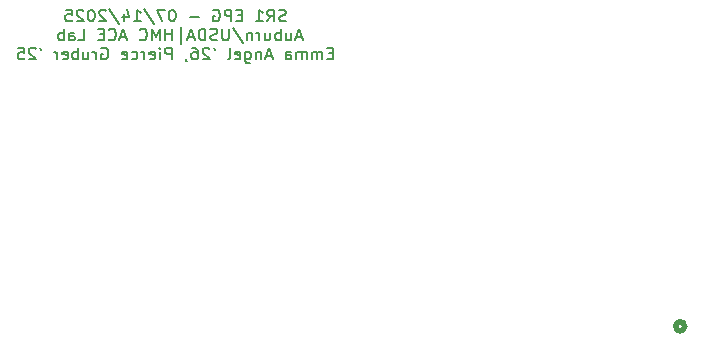
<source format=gbr>
%TF.GenerationSoftware,KiCad,Pcbnew,8.0.8*%
%TF.CreationDate,2025-07-15T12:33:29-07:00*%
%TF.ProjectId,complete_SR1,636f6d70-6c65-4746-955f-5352312e6b69,rev?*%
%TF.SameCoordinates,Original*%
%TF.FileFunction,Legend,Bot*%
%TF.FilePolarity,Positive*%
%FSLAX46Y46*%
G04 Gerber Fmt 4.6, Leading zero omitted, Abs format (unit mm)*
G04 Created by KiCad (PCBNEW 8.0.8) date 2025-07-15 12:33:29*
%MOMM*%
%LPD*%
G01*
G04 APERTURE LIST*
%ADD10C,0.127000*%
%ADD11C,0.508000*%
%ADD12C,1.700000*%
%ADD13C,1.066800*%
%ADD14C,5.600000*%
%ADD15C,2.000000*%
%ADD16R,1.700000X1.700000*%
%ADD17O,1.700000X1.700000*%
%ADD18R,2.600000X2.600000*%
%ADD19C,2.600000*%
%ADD20C,1.905000*%
%ADD21C,3.810000*%
G04 APERTURE END LIST*
D10*
X68083333Y-24253508D02*
X67940476Y-24301127D01*
X67940476Y-24301127D02*
X67702381Y-24301127D01*
X67702381Y-24301127D02*
X67607143Y-24253508D01*
X67607143Y-24253508D02*
X67559524Y-24205888D01*
X67559524Y-24205888D02*
X67511905Y-24110650D01*
X67511905Y-24110650D02*
X67511905Y-24015412D01*
X67511905Y-24015412D02*
X67559524Y-23920174D01*
X67559524Y-23920174D02*
X67607143Y-23872555D01*
X67607143Y-23872555D02*
X67702381Y-23824936D01*
X67702381Y-23824936D02*
X67892857Y-23777317D01*
X67892857Y-23777317D02*
X67988095Y-23729698D01*
X67988095Y-23729698D02*
X68035714Y-23682079D01*
X68035714Y-23682079D02*
X68083333Y-23586841D01*
X68083333Y-23586841D02*
X68083333Y-23491603D01*
X68083333Y-23491603D02*
X68035714Y-23396365D01*
X68035714Y-23396365D02*
X67988095Y-23348746D01*
X67988095Y-23348746D02*
X67892857Y-23301127D01*
X67892857Y-23301127D02*
X67654762Y-23301127D01*
X67654762Y-23301127D02*
X67511905Y-23348746D01*
X66511905Y-24301127D02*
X66845238Y-23824936D01*
X67083333Y-24301127D02*
X67083333Y-23301127D01*
X67083333Y-23301127D02*
X66702381Y-23301127D01*
X66702381Y-23301127D02*
X66607143Y-23348746D01*
X66607143Y-23348746D02*
X66559524Y-23396365D01*
X66559524Y-23396365D02*
X66511905Y-23491603D01*
X66511905Y-23491603D02*
X66511905Y-23634460D01*
X66511905Y-23634460D02*
X66559524Y-23729698D01*
X66559524Y-23729698D02*
X66607143Y-23777317D01*
X66607143Y-23777317D02*
X66702381Y-23824936D01*
X66702381Y-23824936D02*
X67083333Y-23824936D01*
X65559524Y-24301127D02*
X66130952Y-24301127D01*
X65845238Y-24301127D02*
X65845238Y-23301127D01*
X65845238Y-23301127D02*
X65940476Y-23443984D01*
X65940476Y-23443984D02*
X66035714Y-23539222D01*
X66035714Y-23539222D02*
X66130952Y-23586841D01*
X64369047Y-23777317D02*
X64035714Y-23777317D01*
X63892857Y-24301127D02*
X64369047Y-24301127D01*
X64369047Y-24301127D02*
X64369047Y-23301127D01*
X64369047Y-23301127D02*
X63892857Y-23301127D01*
X63464285Y-24301127D02*
X63464285Y-23301127D01*
X63464285Y-23301127D02*
X63083333Y-23301127D01*
X63083333Y-23301127D02*
X62988095Y-23348746D01*
X62988095Y-23348746D02*
X62940476Y-23396365D01*
X62940476Y-23396365D02*
X62892857Y-23491603D01*
X62892857Y-23491603D02*
X62892857Y-23634460D01*
X62892857Y-23634460D02*
X62940476Y-23729698D01*
X62940476Y-23729698D02*
X62988095Y-23777317D01*
X62988095Y-23777317D02*
X63083333Y-23824936D01*
X63083333Y-23824936D02*
X63464285Y-23824936D01*
X61940476Y-23348746D02*
X62035714Y-23301127D01*
X62035714Y-23301127D02*
X62178571Y-23301127D01*
X62178571Y-23301127D02*
X62321428Y-23348746D01*
X62321428Y-23348746D02*
X62416666Y-23443984D01*
X62416666Y-23443984D02*
X62464285Y-23539222D01*
X62464285Y-23539222D02*
X62511904Y-23729698D01*
X62511904Y-23729698D02*
X62511904Y-23872555D01*
X62511904Y-23872555D02*
X62464285Y-24063031D01*
X62464285Y-24063031D02*
X62416666Y-24158269D01*
X62416666Y-24158269D02*
X62321428Y-24253508D01*
X62321428Y-24253508D02*
X62178571Y-24301127D01*
X62178571Y-24301127D02*
X62083333Y-24301127D01*
X62083333Y-24301127D02*
X61940476Y-24253508D01*
X61940476Y-24253508D02*
X61892857Y-24205888D01*
X61892857Y-24205888D02*
X61892857Y-23872555D01*
X61892857Y-23872555D02*
X62083333Y-23872555D01*
X60702380Y-23920174D02*
X59940476Y-23920174D01*
X58511904Y-23301127D02*
X58416666Y-23301127D01*
X58416666Y-23301127D02*
X58321428Y-23348746D01*
X58321428Y-23348746D02*
X58273809Y-23396365D01*
X58273809Y-23396365D02*
X58226190Y-23491603D01*
X58226190Y-23491603D02*
X58178571Y-23682079D01*
X58178571Y-23682079D02*
X58178571Y-23920174D01*
X58178571Y-23920174D02*
X58226190Y-24110650D01*
X58226190Y-24110650D02*
X58273809Y-24205888D01*
X58273809Y-24205888D02*
X58321428Y-24253508D01*
X58321428Y-24253508D02*
X58416666Y-24301127D01*
X58416666Y-24301127D02*
X58511904Y-24301127D01*
X58511904Y-24301127D02*
X58607142Y-24253508D01*
X58607142Y-24253508D02*
X58654761Y-24205888D01*
X58654761Y-24205888D02*
X58702380Y-24110650D01*
X58702380Y-24110650D02*
X58749999Y-23920174D01*
X58749999Y-23920174D02*
X58749999Y-23682079D01*
X58749999Y-23682079D02*
X58702380Y-23491603D01*
X58702380Y-23491603D02*
X58654761Y-23396365D01*
X58654761Y-23396365D02*
X58607142Y-23348746D01*
X58607142Y-23348746D02*
X58511904Y-23301127D01*
X57845237Y-23301127D02*
X57178571Y-23301127D01*
X57178571Y-23301127D02*
X57607142Y-24301127D01*
X56083333Y-23253508D02*
X56940475Y-24539222D01*
X55226190Y-24301127D02*
X55797618Y-24301127D01*
X55511904Y-24301127D02*
X55511904Y-23301127D01*
X55511904Y-23301127D02*
X55607142Y-23443984D01*
X55607142Y-23443984D02*
X55702380Y-23539222D01*
X55702380Y-23539222D02*
X55797618Y-23586841D01*
X54369047Y-23634460D02*
X54369047Y-24301127D01*
X54607142Y-23253508D02*
X54845237Y-23967793D01*
X54845237Y-23967793D02*
X54226190Y-23967793D01*
X53130952Y-23253508D02*
X53988094Y-24539222D01*
X52845237Y-23396365D02*
X52797618Y-23348746D01*
X52797618Y-23348746D02*
X52702380Y-23301127D01*
X52702380Y-23301127D02*
X52464285Y-23301127D01*
X52464285Y-23301127D02*
X52369047Y-23348746D01*
X52369047Y-23348746D02*
X52321428Y-23396365D01*
X52321428Y-23396365D02*
X52273809Y-23491603D01*
X52273809Y-23491603D02*
X52273809Y-23586841D01*
X52273809Y-23586841D02*
X52321428Y-23729698D01*
X52321428Y-23729698D02*
X52892856Y-24301127D01*
X52892856Y-24301127D02*
X52273809Y-24301127D01*
X51654761Y-23301127D02*
X51559523Y-23301127D01*
X51559523Y-23301127D02*
X51464285Y-23348746D01*
X51464285Y-23348746D02*
X51416666Y-23396365D01*
X51416666Y-23396365D02*
X51369047Y-23491603D01*
X51369047Y-23491603D02*
X51321428Y-23682079D01*
X51321428Y-23682079D02*
X51321428Y-23920174D01*
X51321428Y-23920174D02*
X51369047Y-24110650D01*
X51369047Y-24110650D02*
X51416666Y-24205888D01*
X51416666Y-24205888D02*
X51464285Y-24253508D01*
X51464285Y-24253508D02*
X51559523Y-24301127D01*
X51559523Y-24301127D02*
X51654761Y-24301127D01*
X51654761Y-24301127D02*
X51749999Y-24253508D01*
X51749999Y-24253508D02*
X51797618Y-24205888D01*
X51797618Y-24205888D02*
X51845237Y-24110650D01*
X51845237Y-24110650D02*
X51892856Y-23920174D01*
X51892856Y-23920174D02*
X51892856Y-23682079D01*
X51892856Y-23682079D02*
X51845237Y-23491603D01*
X51845237Y-23491603D02*
X51797618Y-23396365D01*
X51797618Y-23396365D02*
X51749999Y-23348746D01*
X51749999Y-23348746D02*
X51654761Y-23301127D01*
X50940475Y-23396365D02*
X50892856Y-23348746D01*
X50892856Y-23348746D02*
X50797618Y-23301127D01*
X50797618Y-23301127D02*
X50559523Y-23301127D01*
X50559523Y-23301127D02*
X50464285Y-23348746D01*
X50464285Y-23348746D02*
X50416666Y-23396365D01*
X50416666Y-23396365D02*
X50369047Y-23491603D01*
X50369047Y-23491603D02*
X50369047Y-23586841D01*
X50369047Y-23586841D02*
X50416666Y-23729698D01*
X50416666Y-23729698D02*
X50988094Y-24301127D01*
X50988094Y-24301127D02*
X50369047Y-24301127D01*
X49464285Y-23301127D02*
X49940475Y-23301127D01*
X49940475Y-23301127D02*
X49988094Y-23777317D01*
X49988094Y-23777317D02*
X49940475Y-23729698D01*
X49940475Y-23729698D02*
X49845237Y-23682079D01*
X49845237Y-23682079D02*
X49607142Y-23682079D01*
X49607142Y-23682079D02*
X49511904Y-23729698D01*
X49511904Y-23729698D02*
X49464285Y-23777317D01*
X49464285Y-23777317D02*
X49416666Y-23872555D01*
X49416666Y-23872555D02*
X49416666Y-24110650D01*
X49416666Y-24110650D02*
X49464285Y-24205888D01*
X49464285Y-24205888D02*
X49511904Y-24253508D01*
X49511904Y-24253508D02*
X49607142Y-24301127D01*
X49607142Y-24301127D02*
X49845237Y-24301127D01*
X49845237Y-24301127D02*
X49940475Y-24253508D01*
X49940475Y-24253508D02*
X49988094Y-24205888D01*
X69464286Y-25625356D02*
X68988096Y-25625356D01*
X69559524Y-25911071D02*
X69226191Y-24911071D01*
X69226191Y-24911071D02*
X68892858Y-25911071D01*
X68130953Y-25244404D02*
X68130953Y-25911071D01*
X68559524Y-25244404D02*
X68559524Y-25768213D01*
X68559524Y-25768213D02*
X68511905Y-25863452D01*
X68511905Y-25863452D02*
X68416667Y-25911071D01*
X68416667Y-25911071D02*
X68273810Y-25911071D01*
X68273810Y-25911071D02*
X68178572Y-25863452D01*
X68178572Y-25863452D02*
X68130953Y-25815832D01*
X67654762Y-25911071D02*
X67654762Y-24911071D01*
X67654762Y-25292023D02*
X67559524Y-25244404D01*
X67559524Y-25244404D02*
X67369048Y-25244404D01*
X67369048Y-25244404D02*
X67273810Y-25292023D01*
X67273810Y-25292023D02*
X67226191Y-25339642D01*
X67226191Y-25339642D02*
X67178572Y-25434880D01*
X67178572Y-25434880D02*
X67178572Y-25720594D01*
X67178572Y-25720594D02*
X67226191Y-25815832D01*
X67226191Y-25815832D02*
X67273810Y-25863452D01*
X67273810Y-25863452D02*
X67369048Y-25911071D01*
X67369048Y-25911071D02*
X67559524Y-25911071D01*
X67559524Y-25911071D02*
X67654762Y-25863452D01*
X66321429Y-25244404D02*
X66321429Y-25911071D01*
X66750000Y-25244404D02*
X66750000Y-25768213D01*
X66750000Y-25768213D02*
X66702381Y-25863452D01*
X66702381Y-25863452D02*
X66607143Y-25911071D01*
X66607143Y-25911071D02*
X66464286Y-25911071D01*
X66464286Y-25911071D02*
X66369048Y-25863452D01*
X66369048Y-25863452D02*
X66321429Y-25815832D01*
X65845238Y-25911071D02*
X65845238Y-25244404D01*
X65845238Y-25434880D02*
X65797619Y-25339642D01*
X65797619Y-25339642D02*
X65750000Y-25292023D01*
X65750000Y-25292023D02*
X65654762Y-25244404D01*
X65654762Y-25244404D02*
X65559524Y-25244404D01*
X65226190Y-25244404D02*
X65226190Y-25911071D01*
X65226190Y-25339642D02*
X65178571Y-25292023D01*
X65178571Y-25292023D02*
X65083333Y-25244404D01*
X65083333Y-25244404D02*
X64940476Y-25244404D01*
X64940476Y-25244404D02*
X64845238Y-25292023D01*
X64845238Y-25292023D02*
X64797619Y-25387261D01*
X64797619Y-25387261D02*
X64797619Y-25911071D01*
X63607143Y-24863452D02*
X64464285Y-26149166D01*
X63273809Y-24911071D02*
X63273809Y-25720594D01*
X63273809Y-25720594D02*
X63226190Y-25815832D01*
X63226190Y-25815832D02*
X63178571Y-25863452D01*
X63178571Y-25863452D02*
X63083333Y-25911071D01*
X63083333Y-25911071D02*
X62892857Y-25911071D01*
X62892857Y-25911071D02*
X62797619Y-25863452D01*
X62797619Y-25863452D02*
X62750000Y-25815832D01*
X62750000Y-25815832D02*
X62702381Y-25720594D01*
X62702381Y-25720594D02*
X62702381Y-24911071D01*
X62273809Y-25863452D02*
X62130952Y-25911071D01*
X62130952Y-25911071D02*
X61892857Y-25911071D01*
X61892857Y-25911071D02*
X61797619Y-25863452D01*
X61797619Y-25863452D02*
X61750000Y-25815832D01*
X61750000Y-25815832D02*
X61702381Y-25720594D01*
X61702381Y-25720594D02*
X61702381Y-25625356D01*
X61702381Y-25625356D02*
X61750000Y-25530118D01*
X61750000Y-25530118D02*
X61797619Y-25482499D01*
X61797619Y-25482499D02*
X61892857Y-25434880D01*
X61892857Y-25434880D02*
X62083333Y-25387261D01*
X62083333Y-25387261D02*
X62178571Y-25339642D01*
X62178571Y-25339642D02*
X62226190Y-25292023D01*
X62226190Y-25292023D02*
X62273809Y-25196785D01*
X62273809Y-25196785D02*
X62273809Y-25101547D01*
X62273809Y-25101547D02*
X62226190Y-25006309D01*
X62226190Y-25006309D02*
X62178571Y-24958690D01*
X62178571Y-24958690D02*
X62083333Y-24911071D01*
X62083333Y-24911071D02*
X61845238Y-24911071D01*
X61845238Y-24911071D02*
X61702381Y-24958690D01*
X61273809Y-25911071D02*
X61273809Y-24911071D01*
X61273809Y-24911071D02*
X61035714Y-24911071D01*
X61035714Y-24911071D02*
X60892857Y-24958690D01*
X60892857Y-24958690D02*
X60797619Y-25053928D01*
X60797619Y-25053928D02*
X60750000Y-25149166D01*
X60750000Y-25149166D02*
X60702381Y-25339642D01*
X60702381Y-25339642D02*
X60702381Y-25482499D01*
X60702381Y-25482499D02*
X60750000Y-25672975D01*
X60750000Y-25672975D02*
X60797619Y-25768213D01*
X60797619Y-25768213D02*
X60892857Y-25863452D01*
X60892857Y-25863452D02*
X61035714Y-25911071D01*
X61035714Y-25911071D02*
X61273809Y-25911071D01*
X60321428Y-25625356D02*
X59845238Y-25625356D01*
X60416666Y-25911071D02*
X60083333Y-24911071D01*
X60083333Y-24911071D02*
X59750000Y-25911071D01*
X59178571Y-26244404D02*
X59178571Y-24815832D01*
X58464285Y-25911071D02*
X58464285Y-24911071D01*
X58464285Y-25387261D02*
X57892857Y-25387261D01*
X57892857Y-25911071D02*
X57892857Y-24911071D01*
X57416666Y-25911071D02*
X57416666Y-24911071D01*
X57416666Y-24911071D02*
X57083333Y-25625356D01*
X57083333Y-25625356D02*
X56750000Y-24911071D01*
X56750000Y-24911071D02*
X56750000Y-25911071D01*
X55702381Y-25815832D02*
X55750000Y-25863452D01*
X55750000Y-25863452D02*
X55892857Y-25911071D01*
X55892857Y-25911071D02*
X55988095Y-25911071D01*
X55988095Y-25911071D02*
X56130952Y-25863452D01*
X56130952Y-25863452D02*
X56226190Y-25768213D01*
X56226190Y-25768213D02*
X56273809Y-25672975D01*
X56273809Y-25672975D02*
X56321428Y-25482499D01*
X56321428Y-25482499D02*
X56321428Y-25339642D01*
X56321428Y-25339642D02*
X56273809Y-25149166D01*
X56273809Y-25149166D02*
X56226190Y-25053928D01*
X56226190Y-25053928D02*
X56130952Y-24958690D01*
X56130952Y-24958690D02*
X55988095Y-24911071D01*
X55988095Y-24911071D02*
X55892857Y-24911071D01*
X55892857Y-24911071D02*
X55750000Y-24958690D01*
X55750000Y-24958690D02*
X55702381Y-25006309D01*
X54559523Y-25625356D02*
X54083333Y-25625356D01*
X54654761Y-25911071D02*
X54321428Y-24911071D01*
X54321428Y-24911071D02*
X53988095Y-25911071D01*
X53083333Y-25815832D02*
X53130952Y-25863452D01*
X53130952Y-25863452D02*
X53273809Y-25911071D01*
X53273809Y-25911071D02*
X53369047Y-25911071D01*
X53369047Y-25911071D02*
X53511904Y-25863452D01*
X53511904Y-25863452D02*
X53607142Y-25768213D01*
X53607142Y-25768213D02*
X53654761Y-25672975D01*
X53654761Y-25672975D02*
X53702380Y-25482499D01*
X53702380Y-25482499D02*
X53702380Y-25339642D01*
X53702380Y-25339642D02*
X53654761Y-25149166D01*
X53654761Y-25149166D02*
X53607142Y-25053928D01*
X53607142Y-25053928D02*
X53511904Y-24958690D01*
X53511904Y-24958690D02*
X53369047Y-24911071D01*
X53369047Y-24911071D02*
X53273809Y-24911071D01*
X53273809Y-24911071D02*
X53130952Y-24958690D01*
X53130952Y-24958690D02*
X53083333Y-25006309D01*
X52654761Y-25387261D02*
X52321428Y-25387261D01*
X52178571Y-25911071D02*
X52654761Y-25911071D01*
X52654761Y-25911071D02*
X52654761Y-24911071D01*
X52654761Y-24911071D02*
X52178571Y-24911071D01*
X50511904Y-25911071D02*
X50988094Y-25911071D01*
X50988094Y-25911071D02*
X50988094Y-24911071D01*
X49749999Y-25911071D02*
X49749999Y-25387261D01*
X49749999Y-25387261D02*
X49797618Y-25292023D01*
X49797618Y-25292023D02*
X49892856Y-25244404D01*
X49892856Y-25244404D02*
X50083332Y-25244404D01*
X50083332Y-25244404D02*
X50178570Y-25292023D01*
X49749999Y-25863452D02*
X49845237Y-25911071D01*
X49845237Y-25911071D02*
X50083332Y-25911071D01*
X50083332Y-25911071D02*
X50178570Y-25863452D01*
X50178570Y-25863452D02*
X50226189Y-25768213D01*
X50226189Y-25768213D02*
X50226189Y-25672975D01*
X50226189Y-25672975D02*
X50178570Y-25577737D01*
X50178570Y-25577737D02*
X50083332Y-25530118D01*
X50083332Y-25530118D02*
X49845237Y-25530118D01*
X49845237Y-25530118D02*
X49749999Y-25482499D01*
X49273808Y-25911071D02*
X49273808Y-24911071D01*
X49273808Y-25292023D02*
X49178570Y-25244404D01*
X49178570Y-25244404D02*
X48988094Y-25244404D01*
X48988094Y-25244404D02*
X48892856Y-25292023D01*
X48892856Y-25292023D02*
X48845237Y-25339642D01*
X48845237Y-25339642D02*
X48797618Y-25434880D01*
X48797618Y-25434880D02*
X48797618Y-25720594D01*
X48797618Y-25720594D02*
X48845237Y-25815832D01*
X48845237Y-25815832D02*
X48892856Y-25863452D01*
X48892856Y-25863452D02*
X48988094Y-25911071D01*
X48988094Y-25911071D02*
X49178570Y-25911071D01*
X49178570Y-25911071D02*
X49273808Y-25863452D01*
X72083333Y-26997205D02*
X71750000Y-26997205D01*
X71607143Y-27521015D02*
X72083333Y-27521015D01*
X72083333Y-27521015D02*
X72083333Y-26521015D01*
X72083333Y-26521015D02*
X71607143Y-26521015D01*
X71178571Y-27521015D02*
X71178571Y-26854348D01*
X71178571Y-26949586D02*
X71130952Y-26901967D01*
X71130952Y-26901967D02*
X71035714Y-26854348D01*
X71035714Y-26854348D02*
X70892857Y-26854348D01*
X70892857Y-26854348D02*
X70797619Y-26901967D01*
X70797619Y-26901967D02*
X70750000Y-26997205D01*
X70750000Y-26997205D02*
X70750000Y-27521015D01*
X70750000Y-26997205D02*
X70702381Y-26901967D01*
X70702381Y-26901967D02*
X70607143Y-26854348D01*
X70607143Y-26854348D02*
X70464286Y-26854348D01*
X70464286Y-26854348D02*
X70369047Y-26901967D01*
X70369047Y-26901967D02*
X70321428Y-26997205D01*
X70321428Y-26997205D02*
X70321428Y-27521015D01*
X69845238Y-27521015D02*
X69845238Y-26854348D01*
X69845238Y-26949586D02*
X69797619Y-26901967D01*
X69797619Y-26901967D02*
X69702381Y-26854348D01*
X69702381Y-26854348D02*
X69559524Y-26854348D01*
X69559524Y-26854348D02*
X69464286Y-26901967D01*
X69464286Y-26901967D02*
X69416667Y-26997205D01*
X69416667Y-26997205D02*
X69416667Y-27521015D01*
X69416667Y-26997205D02*
X69369048Y-26901967D01*
X69369048Y-26901967D02*
X69273810Y-26854348D01*
X69273810Y-26854348D02*
X69130953Y-26854348D01*
X69130953Y-26854348D02*
X69035714Y-26901967D01*
X69035714Y-26901967D02*
X68988095Y-26997205D01*
X68988095Y-26997205D02*
X68988095Y-27521015D01*
X68083334Y-27521015D02*
X68083334Y-26997205D01*
X68083334Y-26997205D02*
X68130953Y-26901967D01*
X68130953Y-26901967D02*
X68226191Y-26854348D01*
X68226191Y-26854348D02*
X68416667Y-26854348D01*
X68416667Y-26854348D02*
X68511905Y-26901967D01*
X68083334Y-27473396D02*
X68178572Y-27521015D01*
X68178572Y-27521015D02*
X68416667Y-27521015D01*
X68416667Y-27521015D02*
X68511905Y-27473396D01*
X68511905Y-27473396D02*
X68559524Y-27378157D01*
X68559524Y-27378157D02*
X68559524Y-27282919D01*
X68559524Y-27282919D02*
X68511905Y-27187681D01*
X68511905Y-27187681D02*
X68416667Y-27140062D01*
X68416667Y-27140062D02*
X68178572Y-27140062D01*
X68178572Y-27140062D02*
X68083334Y-27092443D01*
X66892857Y-27235300D02*
X66416667Y-27235300D01*
X66988095Y-27521015D02*
X66654762Y-26521015D01*
X66654762Y-26521015D02*
X66321429Y-27521015D01*
X65988095Y-26854348D02*
X65988095Y-27521015D01*
X65988095Y-26949586D02*
X65940476Y-26901967D01*
X65940476Y-26901967D02*
X65845238Y-26854348D01*
X65845238Y-26854348D02*
X65702381Y-26854348D01*
X65702381Y-26854348D02*
X65607143Y-26901967D01*
X65607143Y-26901967D02*
X65559524Y-26997205D01*
X65559524Y-26997205D02*
X65559524Y-27521015D01*
X64654762Y-26854348D02*
X64654762Y-27663872D01*
X64654762Y-27663872D02*
X64702381Y-27759110D01*
X64702381Y-27759110D02*
X64750000Y-27806729D01*
X64750000Y-27806729D02*
X64845238Y-27854348D01*
X64845238Y-27854348D02*
X64988095Y-27854348D01*
X64988095Y-27854348D02*
X65083333Y-27806729D01*
X64654762Y-27473396D02*
X64750000Y-27521015D01*
X64750000Y-27521015D02*
X64940476Y-27521015D01*
X64940476Y-27521015D02*
X65035714Y-27473396D01*
X65035714Y-27473396D02*
X65083333Y-27425776D01*
X65083333Y-27425776D02*
X65130952Y-27330538D01*
X65130952Y-27330538D02*
X65130952Y-27044824D01*
X65130952Y-27044824D02*
X65083333Y-26949586D01*
X65083333Y-26949586D02*
X65035714Y-26901967D01*
X65035714Y-26901967D02*
X64940476Y-26854348D01*
X64940476Y-26854348D02*
X64750000Y-26854348D01*
X64750000Y-26854348D02*
X64654762Y-26901967D01*
X63797619Y-27473396D02*
X63892857Y-27521015D01*
X63892857Y-27521015D02*
X64083333Y-27521015D01*
X64083333Y-27521015D02*
X64178571Y-27473396D01*
X64178571Y-27473396D02*
X64226190Y-27378157D01*
X64226190Y-27378157D02*
X64226190Y-26997205D01*
X64226190Y-26997205D02*
X64178571Y-26901967D01*
X64178571Y-26901967D02*
X64083333Y-26854348D01*
X64083333Y-26854348D02*
X63892857Y-26854348D01*
X63892857Y-26854348D02*
X63797619Y-26901967D01*
X63797619Y-26901967D02*
X63750000Y-26997205D01*
X63750000Y-26997205D02*
X63750000Y-27092443D01*
X63750000Y-27092443D02*
X64226190Y-27187681D01*
X63178571Y-27521015D02*
X63273809Y-27473396D01*
X63273809Y-27473396D02*
X63321428Y-27378157D01*
X63321428Y-27378157D02*
X63321428Y-26521015D01*
X61988094Y-26521015D02*
X62083332Y-26711491D01*
X61607142Y-26616253D02*
X61559523Y-26568634D01*
X61559523Y-26568634D02*
X61464285Y-26521015D01*
X61464285Y-26521015D02*
X61226190Y-26521015D01*
X61226190Y-26521015D02*
X61130952Y-26568634D01*
X61130952Y-26568634D02*
X61083333Y-26616253D01*
X61083333Y-26616253D02*
X61035714Y-26711491D01*
X61035714Y-26711491D02*
X61035714Y-26806729D01*
X61035714Y-26806729D02*
X61083333Y-26949586D01*
X61083333Y-26949586D02*
X61654761Y-27521015D01*
X61654761Y-27521015D02*
X61035714Y-27521015D01*
X60178571Y-26521015D02*
X60369047Y-26521015D01*
X60369047Y-26521015D02*
X60464285Y-26568634D01*
X60464285Y-26568634D02*
X60511904Y-26616253D01*
X60511904Y-26616253D02*
X60607142Y-26759110D01*
X60607142Y-26759110D02*
X60654761Y-26949586D01*
X60654761Y-26949586D02*
X60654761Y-27330538D01*
X60654761Y-27330538D02*
X60607142Y-27425776D01*
X60607142Y-27425776D02*
X60559523Y-27473396D01*
X60559523Y-27473396D02*
X60464285Y-27521015D01*
X60464285Y-27521015D02*
X60273809Y-27521015D01*
X60273809Y-27521015D02*
X60178571Y-27473396D01*
X60178571Y-27473396D02*
X60130952Y-27425776D01*
X60130952Y-27425776D02*
X60083333Y-27330538D01*
X60083333Y-27330538D02*
X60083333Y-27092443D01*
X60083333Y-27092443D02*
X60130952Y-26997205D01*
X60130952Y-26997205D02*
X60178571Y-26949586D01*
X60178571Y-26949586D02*
X60273809Y-26901967D01*
X60273809Y-26901967D02*
X60464285Y-26901967D01*
X60464285Y-26901967D02*
X60559523Y-26949586D01*
X60559523Y-26949586D02*
X60607142Y-26997205D01*
X60607142Y-26997205D02*
X60654761Y-27092443D01*
X59607142Y-27473396D02*
X59607142Y-27521015D01*
X59607142Y-27521015D02*
X59654761Y-27616253D01*
X59654761Y-27616253D02*
X59702380Y-27663872D01*
X58416666Y-27521015D02*
X58416666Y-26521015D01*
X58416666Y-26521015D02*
X58035714Y-26521015D01*
X58035714Y-26521015D02*
X57940476Y-26568634D01*
X57940476Y-26568634D02*
X57892857Y-26616253D01*
X57892857Y-26616253D02*
X57845238Y-26711491D01*
X57845238Y-26711491D02*
X57845238Y-26854348D01*
X57845238Y-26854348D02*
X57892857Y-26949586D01*
X57892857Y-26949586D02*
X57940476Y-26997205D01*
X57940476Y-26997205D02*
X58035714Y-27044824D01*
X58035714Y-27044824D02*
X58416666Y-27044824D01*
X57416666Y-27521015D02*
X57416666Y-26854348D01*
X57416666Y-26521015D02*
X57464285Y-26568634D01*
X57464285Y-26568634D02*
X57416666Y-26616253D01*
X57416666Y-26616253D02*
X57369047Y-26568634D01*
X57369047Y-26568634D02*
X57416666Y-26521015D01*
X57416666Y-26521015D02*
X57416666Y-26616253D01*
X56559524Y-27473396D02*
X56654762Y-27521015D01*
X56654762Y-27521015D02*
X56845238Y-27521015D01*
X56845238Y-27521015D02*
X56940476Y-27473396D01*
X56940476Y-27473396D02*
X56988095Y-27378157D01*
X56988095Y-27378157D02*
X56988095Y-26997205D01*
X56988095Y-26997205D02*
X56940476Y-26901967D01*
X56940476Y-26901967D02*
X56845238Y-26854348D01*
X56845238Y-26854348D02*
X56654762Y-26854348D01*
X56654762Y-26854348D02*
X56559524Y-26901967D01*
X56559524Y-26901967D02*
X56511905Y-26997205D01*
X56511905Y-26997205D02*
X56511905Y-27092443D01*
X56511905Y-27092443D02*
X56988095Y-27187681D01*
X56083333Y-27521015D02*
X56083333Y-26854348D01*
X56083333Y-27044824D02*
X56035714Y-26949586D01*
X56035714Y-26949586D02*
X55988095Y-26901967D01*
X55988095Y-26901967D02*
X55892857Y-26854348D01*
X55892857Y-26854348D02*
X55797619Y-26854348D01*
X55035714Y-27473396D02*
X55130952Y-27521015D01*
X55130952Y-27521015D02*
X55321428Y-27521015D01*
X55321428Y-27521015D02*
X55416666Y-27473396D01*
X55416666Y-27473396D02*
X55464285Y-27425776D01*
X55464285Y-27425776D02*
X55511904Y-27330538D01*
X55511904Y-27330538D02*
X55511904Y-27044824D01*
X55511904Y-27044824D02*
X55464285Y-26949586D01*
X55464285Y-26949586D02*
X55416666Y-26901967D01*
X55416666Y-26901967D02*
X55321428Y-26854348D01*
X55321428Y-26854348D02*
X55130952Y-26854348D01*
X55130952Y-26854348D02*
X55035714Y-26901967D01*
X54226190Y-27473396D02*
X54321428Y-27521015D01*
X54321428Y-27521015D02*
X54511904Y-27521015D01*
X54511904Y-27521015D02*
X54607142Y-27473396D01*
X54607142Y-27473396D02*
X54654761Y-27378157D01*
X54654761Y-27378157D02*
X54654761Y-26997205D01*
X54654761Y-26997205D02*
X54607142Y-26901967D01*
X54607142Y-26901967D02*
X54511904Y-26854348D01*
X54511904Y-26854348D02*
X54321428Y-26854348D01*
X54321428Y-26854348D02*
X54226190Y-26901967D01*
X54226190Y-26901967D02*
X54178571Y-26997205D01*
X54178571Y-26997205D02*
X54178571Y-27092443D01*
X54178571Y-27092443D02*
X54654761Y-27187681D01*
X52464285Y-26568634D02*
X52559523Y-26521015D01*
X52559523Y-26521015D02*
X52702380Y-26521015D01*
X52702380Y-26521015D02*
X52845237Y-26568634D01*
X52845237Y-26568634D02*
X52940475Y-26663872D01*
X52940475Y-26663872D02*
X52988094Y-26759110D01*
X52988094Y-26759110D02*
X53035713Y-26949586D01*
X53035713Y-26949586D02*
X53035713Y-27092443D01*
X53035713Y-27092443D02*
X52988094Y-27282919D01*
X52988094Y-27282919D02*
X52940475Y-27378157D01*
X52940475Y-27378157D02*
X52845237Y-27473396D01*
X52845237Y-27473396D02*
X52702380Y-27521015D01*
X52702380Y-27521015D02*
X52607142Y-27521015D01*
X52607142Y-27521015D02*
X52464285Y-27473396D01*
X52464285Y-27473396D02*
X52416666Y-27425776D01*
X52416666Y-27425776D02*
X52416666Y-27092443D01*
X52416666Y-27092443D02*
X52607142Y-27092443D01*
X51988094Y-27521015D02*
X51988094Y-26854348D01*
X51988094Y-27044824D02*
X51940475Y-26949586D01*
X51940475Y-26949586D02*
X51892856Y-26901967D01*
X51892856Y-26901967D02*
X51797618Y-26854348D01*
X51797618Y-26854348D02*
X51702380Y-26854348D01*
X50940475Y-26854348D02*
X50940475Y-27521015D01*
X51369046Y-26854348D02*
X51369046Y-27378157D01*
X51369046Y-27378157D02*
X51321427Y-27473396D01*
X51321427Y-27473396D02*
X51226189Y-27521015D01*
X51226189Y-27521015D02*
X51083332Y-27521015D01*
X51083332Y-27521015D02*
X50988094Y-27473396D01*
X50988094Y-27473396D02*
X50940475Y-27425776D01*
X50464284Y-27521015D02*
X50464284Y-26521015D01*
X50464284Y-26901967D02*
X50369046Y-26854348D01*
X50369046Y-26854348D02*
X50178570Y-26854348D01*
X50178570Y-26854348D02*
X50083332Y-26901967D01*
X50083332Y-26901967D02*
X50035713Y-26949586D01*
X50035713Y-26949586D02*
X49988094Y-27044824D01*
X49988094Y-27044824D02*
X49988094Y-27330538D01*
X49988094Y-27330538D02*
X50035713Y-27425776D01*
X50035713Y-27425776D02*
X50083332Y-27473396D01*
X50083332Y-27473396D02*
X50178570Y-27521015D01*
X50178570Y-27521015D02*
X50369046Y-27521015D01*
X50369046Y-27521015D02*
X50464284Y-27473396D01*
X49178570Y-27473396D02*
X49273808Y-27521015D01*
X49273808Y-27521015D02*
X49464284Y-27521015D01*
X49464284Y-27521015D02*
X49559522Y-27473396D01*
X49559522Y-27473396D02*
X49607141Y-27378157D01*
X49607141Y-27378157D02*
X49607141Y-26997205D01*
X49607141Y-26997205D02*
X49559522Y-26901967D01*
X49559522Y-26901967D02*
X49464284Y-26854348D01*
X49464284Y-26854348D02*
X49273808Y-26854348D01*
X49273808Y-26854348D02*
X49178570Y-26901967D01*
X49178570Y-26901967D02*
X49130951Y-26997205D01*
X49130951Y-26997205D02*
X49130951Y-27092443D01*
X49130951Y-27092443D02*
X49607141Y-27187681D01*
X48702379Y-27521015D02*
X48702379Y-26854348D01*
X48702379Y-27044824D02*
X48654760Y-26949586D01*
X48654760Y-26949586D02*
X48607141Y-26901967D01*
X48607141Y-26901967D02*
X48511903Y-26854348D01*
X48511903Y-26854348D02*
X48416665Y-26854348D01*
X47273807Y-26521015D02*
X47369045Y-26711491D01*
X46892855Y-26616253D02*
X46845236Y-26568634D01*
X46845236Y-26568634D02*
X46749998Y-26521015D01*
X46749998Y-26521015D02*
X46511903Y-26521015D01*
X46511903Y-26521015D02*
X46416665Y-26568634D01*
X46416665Y-26568634D02*
X46369046Y-26616253D01*
X46369046Y-26616253D02*
X46321427Y-26711491D01*
X46321427Y-26711491D02*
X46321427Y-26806729D01*
X46321427Y-26806729D02*
X46369046Y-26949586D01*
X46369046Y-26949586D02*
X46940474Y-27521015D01*
X46940474Y-27521015D02*
X46321427Y-27521015D01*
X45416665Y-26521015D02*
X45892855Y-26521015D01*
X45892855Y-26521015D02*
X45940474Y-26997205D01*
X45940474Y-26997205D02*
X45892855Y-26949586D01*
X45892855Y-26949586D02*
X45797617Y-26901967D01*
X45797617Y-26901967D02*
X45559522Y-26901967D01*
X45559522Y-26901967D02*
X45464284Y-26949586D01*
X45464284Y-26949586D02*
X45416665Y-26997205D01*
X45416665Y-26997205D02*
X45369046Y-27092443D01*
X45369046Y-27092443D02*
X45369046Y-27330538D01*
X45369046Y-27330538D02*
X45416665Y-27425776D01*
X45416665Y-27425776D02*
X45464284Y-27473396D01*
X45464284Y-27473396D02*
X45559522Y-27521015D01*
X45559522Y-27521015D02*
X45797617Y-27521015D01*
X45797617Y-27521015D02*
X45892855Y-27473396D01*
X45892855Y-27473396D02*
X45940474Y-27425776D01*
D11*
%TO.C,J3*%
X101855000Y-50121000D02*
G75*
G02*
X101093000Y-50121000I-381000J0D01*
G01*
X101093000Y-50121000D02*
G75*
G02*
X101855000Y-50121000I381000J0D01*
G01*
%TD*%
%LPC*%
D12*
%TO.C,REF\u002A\u002A554*%
X21200000Y-15520000D03*
%TD*%
%TO.C,REF\u002A\u002A554*%
X21200000Y-18060000D03*
%TD*%
%TO.C,REF\u002A\u002A554*%
X21200000Y-23140000D03*
%TD*%
%TO.C,REF\u002A\u002A554*%
X21200000Y-20600000D03*
%TD*%
%TO.C,REF\u002A\u002A554*%
X18660000Y-15520000D03*
%TD*%
%TO.C,REF\u002A\u002A554*%
X18660000Y-18060000D03*
%TD*%
%TO.C,REF\u002A\u002A554*%
X18660000Y-23140000D03*
%TD*%
%TO.C,REF\u002A\u002A554*%
X18660000Y-20600000D03*
%TD*%
%TO.C,REF\u002A\u002A554*%
X16120000Y-23140000D03*
%TD*%
%TO.C,REF\u002A\u002A554*%
X16120000Y-25680000D03*
%TD*%
%TO.C,REF\u002A\u002A554*%
X16120000Y-15520000D03*
%TD*%
%TO.C,REF\u002A\u002A554*%
X16120000Y-30760000D03*
%TD*%
%TO.C,REF\u002A\u002A554*%
X16120000Y-28220000D03*
%TD*%
%TO.C,REF\u002A\u002A554*%
X16120000Y-20600000D03*
%TD*%
%TO.C,REF\u002A\u002A554*%
X16120000Y-18060000D03*
%TD*%
%TO.C,REF\u002A\u002A554*%
X26270000Y-30750000D03*
%TD*%
%TO.C,REF\u002A\u002A554*%
X23730000Y-30750000D03*
%TD*%
%TO.C,REF\u002A\u002A554*%
X33890000Y-30750000D03*
%TD*%
%TO.C,REF\u002A\u002A554*%
X18650000Y-30750000D03*
%TD*%
%TO.C,REF\u002A\u002A554*%
X21190000Y-30750000D03*
%TD*%
%TO.C,REF\u002A\u002A554*%
X28810000Y-30750000D03*
%TD*%
%TO.C,REF\u002A\u002A554*%
X31350000Y-30750000D03*
%TD*%
%TO.C,REF\u002A\u002A554*%
X21190000Y-28210000D03*
%TD*%
%TO.C,REF\u002A\u002A554*%
X26270000Y-28210000D03*
%TD*%
%TO.C,REF\u002A\u002A554*%
X23730000Y-28210000D03*
%TD*%
%TO.C,REF\u002A\u002A554*%
X28810000Y-28210000D03*
%TD*%
%TO.C,REF\u002A\u002A554*%
X33890000Y-28210000D03*
%TD*%
%TO.C,REF\u002A\u002A554*%
X18650000Y-28210000D03*
%TD*%
%TO.C,REF\u002A\u002A554*%
X31350000Y-28210000D03*
%TD*%
%TO.C,REF\u002A\u002A554*%
X21190000Y-25670000D03*
%TD*%
%TO.C,REF\u002A\u002A554*%
X31350000Y-25670000D03*
%TD*%
%TO.C,REF\u002A\u002A554*%
X26270000Y-25670000D03*
%TD*%
%TO.C,REF\u002A\u002A554*%
X18650000Y-25670000D03*
%TD*%
%TO.C,REF\u002A\u002A554*%
X23730000Y-25670000D03*
%TD*%
%TO.C,REF\u002A\u002A554*%
X28810000Y-25670000D03*
%TD*%
%TO.C,REF\u002A\u002A554*%
X33890000Y-25670000D03*
%TD*%
%TO.C,REF\u002A\u002A554*%
X79740000Y-33940000D03*
%TD*%
%TO.C,REF\u002A\u002A554*%
X89900000Y-33940000D03*
%TD*%
%TO.C,REF\u002A\u002A554*%
X84820000Y-33940000D03*
%TD*%
%TO.C,REF\u002A\u002A554*%
X77200000Y-33940000D03*
%TD*%
%TO.C,REF\u002A\u002A554*%
X82280000Y-33940000D03*
%TD*%
%TO.C,REF\u002A\u002A554*%
X87360000Y-33940000D03*
%TD*%
%TO.C,REF\u002A\u002A554*%
X92440000Y-33940000D03*
%TD*%
%TO.C,REF\u002A\u002A554*%
X84820000Y-31400000D03*
%TD*%
%TO.C,REF\u002A\u002A554*%
X79740000Y-31400000D03*
%TD*%
%TO.C,REF\u002A\u002A554*%
X87360000Y-31400000D03*
%TD*%
%TO.C,REF\u002A\u002A554*%
X89900000Y-31400000D03*
%TD*%
%TO.C,REF\u002A\u002A554*%
X82280000Y-31400000D03*
%TD*%
%TO.C,REF\u002A\u002A554*%
X77200000Y-31400000D03*
%TD*%
%TO.C,REF\u002A\u002A554*%
X92440000Y-31400000D03*
%TD*%
%TO.C,REF\u002A\u002A554*%
X84820000Y-28860000D03*
%TD*%
%TO.C,REF\u002A\u002A554*%
X89900000Y-28860000D03*
%TD*%
%TO.C,REF\u002A\u002A554*%
X79740000Y-28860000D03*
%TD*%
%TO.C,REF\u002A\u002A554*%
X77200000Y-28860000D03*
%TD*%
%TO.C,REF\u002A\u002A554*%
X92440000Y-28860000D03*
%TD*%
%TO.C,REF\u002A\u002A554*%
X87360000Y-28860000D03*
%TD*%
%TO.C,REF\u002A\u002A554*%
X82280000Y-28860000D03*
%TD*%
%TO.C,REF\u002A\u002A554*%
X89900000Y-26320000D03*
%TD*%
%TO.C,REF\u002A\u002A554*%
X79740000Y-26320000D03*
%TD*%
%TO.C,REF\u002A\u002A554*%
X84820000Y-26320000D03*
%TD*%
%TO.C,REF\u002A\u002A554*%
X92440000Y-26320000D03*
%TD*%
%TO.C,REF\u002A\u002A554*%
X87360000Y-26320000D03*
%TD*%
%TO.C,REF\u002A\u002A554*%
X82280000Y-26320000D03*
%TD*%
%TO.C,REF\u002A\u002A554*%
X77200000Y-26320000D03*
%TD*%
%TO.C,REF\u002A\u002A554*%
X92440000Y-23780000D03*
%TD*%
%TO.C,REF\u002A\u002A554*%
X89900000Y-23780000D03*
%TD*%
%TO.C,REF\u002A\u002A554*%
X79740000Y-23780000D03*
%TD*%
%TO.C,REF\u002A\u002A554*%
X84820000Y-23780000D03*
%TD*%
%TO.C,REF\u002A\u002A554*%
X87360000Y-23780000D03*
%TD*%
%TO.C,REF\u002A\u002A554*%
X82280000Y-23780000D03*
%TD*%
%TO.C,REF\u002A\u002A554*%
X77200000Y-23780000D03*
%TD*%
%TO.C,REF\u002A\u002A554*%
X92440000Y-21240000D03*
%TD*%
%TO.C,REF\u002A\u002A554*%
X89900000Y-21240000D03*
%TD*%
%TO.C,REF\u002A\u002A554*%
X87360000Y-21240000D03*
%TD*%
%TO.C,REF\u002A\u002A554*%
X84820000Y-21240000D03*
%TD*%
%TO.C,REF\u002A\u002A554*%
X82280000Y-21240000D03*
%TD*%
%TO.C,REF\u002A\u002A554*%
X79740000Y-21240000D03*
%TD*%
%TO.C,REF\u002A\u002A554*%
X77200000Y-21240000D03*
%TD*%
D13*
%TO.C,J3*%
X101474000Y-45470100D03*
X101474000Y-46720100D03*
%TD*%
D14*
%TO.C,H4*%
X78040000Y-62800000D03*
%TD*%
%TO.C,H3*%
X102170000Y-19620000D03*
%TD*%
%TO.C,H2*%
X27240000Y-19620000D03*
%TD*%
%TO.C,H1*%
X27240000Y-67880000D03*
%TD*%
D15*
%TO.C,SW1*%
X92200000Y-67250000D03*
X92200000Y-73250000D03*
X104200000Y-67250000D03*
X104200000Y-73250000D03*
D12*
X94200000Y-69000000D03*
X98200000Y-69000000D03*
X102200000Y-69000000D03*
%TD*%
D16*
%TO.C,J8*%
X79310000Y-16500000D03*
D17*
X79310000Y-13960000D03*
X81850000Y-16500000D03*
X81850000Y-13960000D03*
X84390000Y-16500000D03*
X84390000Y-13960000D03*
X86930000Y-16500000D03*
X86930000Y-13960000D03*
X89470000Y-16500000D03*
X89470000Y-13960000D03*
X92010000Y-16500000D03*
X92010000Y-13960000D03*
X94550000Y-16500000D03*
X94550000Y-13960000D03*
X97090000Y-16500000D03*
X97090000Y-13960000D03*
%TD*%
D18*
%TO.C,J2*%
X102905000Y-59945000D03*
D19*
X102905000Y-54865000D03*
%TD*%
D16*
%TO.C,J9*%
X74240000Y-70700000D03*
D17*
X74240000Y-73240000D03*
X71700000Y-70700000D03*
X71700000Y-73240000D03*
X69160000Y-70700000D03*
X69160000Y-73240000D03*
X66620000Y-70700000D03*
X66620000Y-73240000D03*
X64080000Y-70700000D03*
X64080000Y-73240000D03*
X61540000Y-70700000D03*
X61540000Y-73240000D03*
%TD*%
D16*
%TO.C,J7*%
X61350000Y-16500000D03*
D17*
X61350000Y-13960000D03*
X63890000Y-16500000D03*
X63890000Y-13960000D03*
X66430000Y-16500000D03*
X66430000Y-13960000D03*
X68970000Y-16500000D03*
X68970000Y-13960000D03*
X71510000Y-16500000D03*
X71510000Y-13960000D03*
X74050000Y-16500000D03*
X74050000Y-13960000D03*
%TD*%
D16*
%TO.C,J6*%
X32320000Y-16500000D03*
D17*
X32320000Y-13960000D03*
X34860000Y-16500000D03*
X34860000Y-13960000D03*
X37400000Y-16500000D03*
X37400000Y-13960000D03*
X39940000Y-16500000D03*
X39940000Y-13960000D03*
X42480000Y-16500000D03*
X42480000Y-13960000D03*
X45020000Y-16500000D03*
X45020000Y-13960000D03*
X47560000Y-16500000D03*
X47560000Y-13960000D03*
X50100000Y-16500000D03*
X50100000Y-13960000D03*
X52640000Y-16500000D03*
X52640000Y-13960000D03*
X55180000Y-16500000D03*
X55180000Y-13960000D03*
%TD*%
D20*
%TO.C,J5*%
X44320000Y-66220000D03*
D21*
X49400000Y-71300000D03*
D20*
X46860000Y-66220000D03*
D21*
X39240000Y-71300000D03*
%TD*%
%TO.C,J1*%
X16800000Y-35500000D03*
D20*
X21880000Y-43120000D03*
D21*
X16800000Y-45660000D03*
D20*
X21880000Y-40580000D03*
%TD*%
%LPD*%
M02*

</source>
